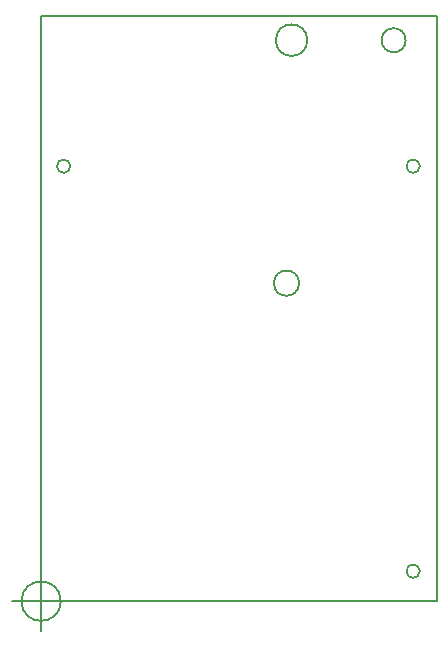
<source format=gm1>
G04 #@! TF.FileFunction,Profile,NP*
%FSLAX46Y46*%
G04 Gerber Fmt 4.6, Leading zero omitted, Abs format (unit mm)*
G04 Created by KiCad (PCBNEW 4.0.6) date Fri May 26 17:46:32 2017*
%MOMM*%
%LPD*%
G01*
G04 APERTURE LIST*
%ADD10C,0.050000*%
%ADD11C,0.150000*%
G04 APERTURE END LIST*
D10*
D11*
X82946666Y-139192000D02*
G75*
G03X82946666Y-139192000I-1666666J0D01*
G01*
X78780000Y-139192000D02*
X83780000Y-139192000D01*
X81280000Y-136692000D02*
X81280000Y-141692000D01*
X83752961Y-102362000D02*
G75*
G03X83752961Y-102362000I-567961J0D01*
G01*
X113343961Y-136652000D02*
G75*
G03X113343961Y-136652000I-567961J0D01*
G01*
X113343961Y-102362000D02*
G75*
G03X113343961Y-102362000I-567961J0D01*
G01*
X103822500Y-91694000D02*
G75*
G03X103822500Y-91694000I-1333500J0D01*
G01*
X112141000Y-91694000D02*
G75*
G03X112141000Y-91694000I-1016000J0D01*
G01*
X103124000Y-112268000D02*
G75*
G03X103124000Y-112268000I-1068883J0D01*
G01*
X81280000Y-89662000D02*
X81280000Y-139192000D01*
X114808000Y-89662000D02*
X81280000Y-89662000D01*
X114808000Y-139192000D02*
X114808000Y-89662000D01*
X81280000Y-139192000D02*
X114808000Y-139192000D01*
M02*

</source>
